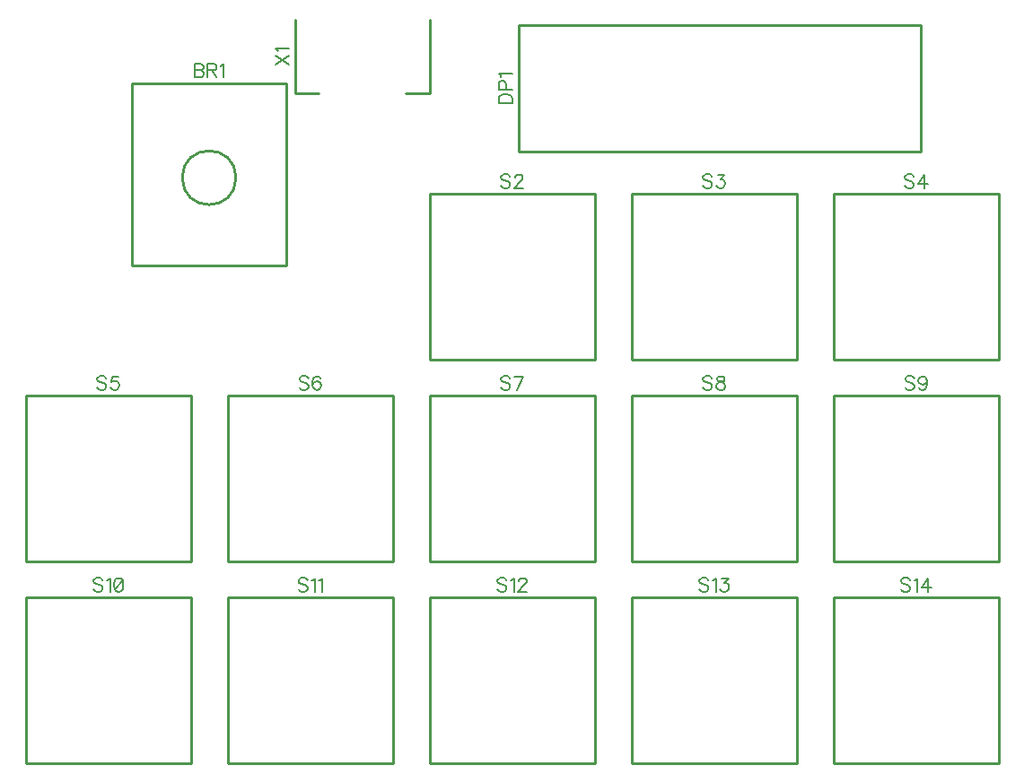
<source format=gbr>
G04 DipTrace 3.1.0.1*
G04 TopSilk.gbr*
%MOIN*%
G04 #@! TF.FileFunction,Legend,Top*
G04 #@! TF.Part,Single*
%ADD10C,0.009843*%
%ADD88C,0.00772*%
%FSLAX26Y26*%
G04*
G70*
G90*
G75*
G01*
G04 TopSilk*
%LPD*%
X836516Y2968112D2*
D10*
X1411516D1*
Y2293112D1*
X836516D1*
Y2968112D1*
X1024023Y2618090D2*
G02X1024023Y2618090I99992J0D01*
G01*
X2272638Y2714370D2*
X3768701D1*
Y3186811D1*
X2272638D1*
Y2714370D1*
X1942913Y2557087D2*
X2557087D1*
Y1942913D1*
X1942913D1*
Y2557087D1*
X2692913D2*
X3307087D1*
Y1942913D1*
X2692913D1*
Y2557087D1*
X3442913D2*
X4057087D1*
Y1942913D1*
X3442913D1*
Y2557087D1*
X442913Y1807087D2*
X1057087D1*
Y1192913D1*
X442913D1*
Y1807087D1*
X1192913D2*
X1807087D1*
Y1192913D1*
X1192913D1*
Y1807087D1*
X1942913D2*
X2557087D1*
Y1192913D1*
X1942913D1*
Y1807087D1*
X2692913D2*
X3307087D1*
Y1192913D1*
X2692913D1*
Y1807087D1*
X3442913D2*
X4057087D1*
Y1192913D1*
X3442913D1*
Y1807087D1*
X442913Y1057087D2*
X1057087D1*
Y442913D1*
X442913D1*
Y1057087D1*
X1192913D2*
X1807087D1*
Y442913D1*
X1192913D1*
Y1057087D1*
X1942913D2*
X2557087D1*
Y442913D1*
X1942913D1*
Y1057087D1*
X2692913D2*
X3307087D1*
Y442913D1*
X2692913D1*
Y1057087D1*
X3442913D2*
X4057087D1*
Y442913D1*
X3442913D1*
Y1057087D1*
X1942913Y3206216D2*
Y2931201D1*
X1855413D1*
X1530413D2*
X1442913D1*
Y3206216D1*
X1069086Y3041335D2*
D88*
Y2991095D1*
X1090642D1*
X1097827Y2993526D1*
X1100203Y2995903D1*
X1102580Y3000656D1*
Y3007841D1*
X1100203Y3012650D1*
X1097827Y3015026D1*
X1090642Y3017403D1*
X1097827Y3019835D1*
X1100203Y3022211D1*
X1102580Y3026965D1*
Y3031773D1*
X1100203Y3036526D1*
X1097827Y3038958D1*
X1090642Y3041335D1*
X1069086D1*
Y3017403D2*
X1090642D1*
X1118019D2*
X1139519D1*
X1146704Y3019835D1*
X1149136Y3022211D1*
X1151512Y3026965D1*
Y3031773D1*
X1149136Y3036526D1*
X1146704Y3038958D1*
X1139519Y3041335D1*
X1118019D1*
Y2991095D1*
X1134766Y3017403D2*
X1151512Y2991095D1*
X1166952Y3031718D2*
X1171760Y3034150D1*
X1178945Y3041279D1*
Y2991095D1*
X2199415Y2895661D2*
X2249655D1*
Y2912408D1*
X2247223Y2919593D1*
X2242470Y2924401D1*
X2237661Y2926778D1*
X2230532Y2929155D1*
X2218538D1*
X2211353Y2926778D1*
X2206600Y2924401D1*
X2201791Y2919593D1*
X2199415Y2912408D1*
Y2895661D1*
X2225723Y2944594D2*
Y2966149D1*
X2223346Y2973279D1*
X2220915Y2975711D1*
X2216161Y2978087D1*
X2208976D1*
X2204223Y2975711D1*
X2201791Y2973279D1*
X2199415Y2966149D1*
Y2944594D1*
X2249655D1*
X2209032Y2993526D2*
X2206600Y2998335D1*
X2199470Y3005520D1*
X2249655D1*
X2242280Y2623125D2*
X2237527Y2627933D1*
X2230342Y2630310D1*
X2220781D1*
X2213595Y2627933D1*
X2208787Y2623125D1*
Y2618371D1*
X2211219Y2613563D1*
X2213595Y2611186D1*
X2218349Y2608810D1*
X2232719Y2604001D1*
X2237527Y2601625D1*
X2239904Y2599193D1*
X2242280Y2594440D1*
Y2587255D1*
X2237527Y2582502D1*
X2230342Y2580070D1*
X2220781D1*
X2213595Y2582502D1*
X2208787Y2587255D1*
X2260151Y2618316D2*
Y2620693D1*
X2262528Y2625501D1*
X2264905Y2627878D1*
X2269713Y2630254D1*
X2279275D1*
X2284028Y2627878D1*
X2286405Y2625501D1*
X2288836Y2620693D1*
Y2615940D1*
X2286405Y2611131D1*
X2281651Y2604001D1*
X2257720Y2580070D1*
X2291213D1*
X2992280Y2623125D2*
X2987527Y2627933D1*
X2980342Y2630310D1*
X2970781D1*
X2963595Y2627933D1*
X2958787Y2623125D1*
Y2618371D1*
X2961219Y2613563D1*
X2963595Y2611186D1*
X2968349Y2608810D1*
X2982719Y2604001D1*
X2987527Y2601625D1*
X2989904Y2599193D1*
X2992280Y2594440D1*
Y2587255D1*
X2987527Y2582502D1*
X2980342Y2580070D1*
X2970781D1*
X2963595Y2582502D1*
X2958787Y2587255D1*
X3012528Y2630254D2*
X3038781D1*
X3024466Y2611131D1*
X3031651D1*
X3036405Y2608755D1*
X3038781Y2606378D1*
X3041213Y2599193D1*
Y2594440D1*
X3038781Y2587255D1*
X3034028Y2582446D1*
X3026843Y2580070D1*
X3019658D1*
X3012528Y2582446D1*
X3010151Y2584878D1*
X3007720Y2589631D1*
X3741092Y2623125D2*
X3736339Y2627933D1*
X3729154Y2630310D1*
X3719592D1*
X3712407Y2627933D1*
X3707599Y2623125D1*
Y2618371D1*
X3710031Y2613563D1*
X3712407Y2611186D1*
X3717160Y2608810D1*
X3731530Y2604001D1*
X3736339Y2601625D1*
X3738715Y2599193D1*
X3741092Y2594440D1*
Y2587255D1*
X3736339Y2582502D1*
X3729154Y2580070D1*
X3719592D1*
X3712407Y2582502D1*
X3707599Y2587255D1*
X3780463Y2580070D2*
Y2630254D1*
X3756531Y2596816D1*
X3792401D1*
X742280Y1873125D2*
X737527Y1877933D1*
X730342Y1880310D1*
X720781D1*
X713595Y1877933D1*
X708787Y1873125D1*
Y1868371D1*
X711219Y1863563D1*
X713595Y1861186D1*
X718349Y1858810D1*
X732719Y1854001D1*
X737527Y1851625D1*
X739904Y1849193D1*
X742280Y1844440D1*
Y1837255D1*
X737527Y1832502D1*
X730342Y1830070D1*
X720781D1*
X713595Y1832502D1*
X708787Y1837255D1*
X786405Y1880254D2*
X762528D1*
X760151Y1858755D1*
X762528Y1861131D1*
X769713Y1863563D1*
X776843D1*
X784028Y1861131D1*
X788836Y1856378D1*
X791213Y1849193D1*
Y1844440D1*
X788836Y1837255D1*
X784028Y1832446D1*
X776843Y1830070D1*
X769713D1*
X762528Y1832446D1*
X760151Y1834878D1*
X757720Y1839631D1*
X1493496Y1873125D2*
X1488743Y1877933D1*
X1481558Y1880310D1*
X1471996D1*
X1464811Y1877933D1*
X1460003Y1873125D1*
Y1868371D1*
X1462435Y1863563D1*
X1464811Y1861186D1*
X1469565Y1858810D1*
X1483935Y1854001D1*
X1488743Y1851625D1*
X1491120Y1849193D1*
X1493496Y1844440D1*
Y1837255D1*
X1488743Y1832502D1*
X1481558Y1830070D1*
X1471996D1*
X1464811Y1832502D1*
X1460003Y1837255D1*
X1537620Y1873125D2*
X1535244Y1877878D1*
X1528059Y1880254D1*
X1523306D1*
X1516121Y1877878D1*
X1511312Y1870693D1*
X1508936Y1858755D1*
Y1846816D1*
X1511312Y1837255D1*
X1516121Y1832446D1*
X1523306Y1830070D1*
X1525682D1*
X1532812Y1832446D1*
X1537620Y1837255D1*
X1539997Y1844440D1*
Y1846816D1*
X1537620Y1854001D1*
X1532812Y1858755D1*
X1525682Y1861131D1*
X1523306D1*
X1516121Y1858755D1*
X1511312Y1854001D1*
X1508936Y1846816D1*
X2242280Y1873125D2*
X2237527Y1877933D1*
X2230342Y1880310D1*
X2220781D1*
X2213595Y1877933D1*
X2208787Y1873125D1*
Y1868371D1*
X2211219Y1863563D1*
X2213595Y1861186D1*
X2218349Y1858810D1*
X2232719Y1854001D1*
X2237527Y1851625D1*
X2239904Y1849193D1*
X2242280Y1844440D1*
Y1837255D1*
X2237527Y1832502D1*
X2230342Y1830070D1*
X2220781D1*
X2213595Y1832502D1*
X2208787Y1837255D1*
X2267281Y1830070D2*
X2291213Y1880254D1*
X2257720D1*
X2992308Y1873125D2*
X2987555Y1877933D1*
X2980370Y1880310D1*
X2970808D1*
X2963623Y1877933D1*
X2958815Y1873125D1*
Y1868371D1*
X2961247Y1863563D1*
X2963623Y1861186D1*
X2968376Y1858810D1*
X2982746Y1854001D1*
X2987555Y1851625D1*
X2989931Y1849193D1*
X2992308Y1844440D1*
Y1837255D1*
X2987555Y1832502D1*
X2980370Y1830070D1*
X2970808D1*
X2963623Y1832502D1*
X2958815Y1837255D1*
X3019685Y1880254D2*
X3012556Y1877878D1*
X3010124Y1873125D1*
Y1868316D1*
X3012556Y1863563D1*
X3017309Y1861131D1*
X3026871Y1858755D1*
X3034056Y1856378D1*
X3038809Y1851570D1*
X3041185Y1846816D1*
Y1839631D1*
X3038809Y1834878D1*
X3036432Y1832446D1*
X3029247Y1830070D1*
X3019685D1*
X3012556Y1832446D1*
X3010124Y1834878D1*
X3007747Y1839631D1*
Y1846816D1*
X3010124Y1851570D1*
X3014932Y1856378D1*
X3022062Y1858755D1*
X3031624Y1861131D1*
X3036432Y1863563D1*
X3038809Y1868316D1*
Y1873125D1*
X3036432Y1877878D1*
X3029247Y1880254D1*
X3019685D1*
X3743469Y1873125D2*
X3738715Y1877933D1*
X3731530Y1880310D1*
X3721969D1*
X3714784Y1877933D1*
X3709975Y1873125D1*
Y1868371D1*
X3712407Y1863563D1*
X3714784Y1861186D1*
X3719537Y1858810D1*
X3733907Y1854001D1*
X3738715Y1851625D1*
X3741092Y1849193D1*
X3743469Y1844440D1*
Y1837255D1*
X3738715Y1832502D1*
X3731530Y1830070D1*
X3721969D1*
X3714784Y1832502D1*
X3709975Y1837255D1*
X3790025Y1863563D2*
X3787593Y1856378D1*
X3782840Y1851570D1*
X3775655Y1849193D1*
X3773278D1*
X3766093Y1851570D1*
X3761340Y1856378D1*
X3758908Y1863563D1*
Y1865940D1*
X3761340Y1873125D1*
X3766093Y1877878D1*
X3773278Y1880254D1*
X3775655D1*
X3782840Y1877878D1*
X3787593Y1873125D1*
X3790025Y1863563D1*
Y1851570D1*
X3787593Y1839631D1*
X3782840Y1832446D1*
X3775655Y1830070D1*
X3770901D1*
X3763716Y1832446D1*
X3761340Y1837255D1*
X728564Y1123125D2*
X723811Y1127933D1*
X716626Y1130310D1*
X707064D1*
X699879Y1127933D1*
X695071Y1123125D1*
Y1118371D1*
X697503Y1113563D1*
X699879Y1111186D1*
X704632Y1108810D1*
X719002Y1104001D1*
X723811Y1101625D1*
X726187Y1099193D1*
X728564Y1094440D1*
Y1087255D1*
X723811Y1082502D1*
X716626Y1080070D1*
X707064D1*
X699879Y1082502D1*
X695071Y1087255D1*
X744003Y1120693D2*
X748812Y1123125D1*
X755997Y1130254D1*
Y1080070D1*
X785806Y1130254D2*
X778621Y1127878D1*
X773813Y1120693D1*
X771436Y1108755D1*
Y1101570D1*
X773813Y1089631D1*
X778621Y1082446D1*
X785806Y1080070D1*
X790559D1*
X797744Y1082446D1*
X802497Y1089631D1*
X804929Y1101570D1*
Y1108755D1*
X802497Y1120693D1*
X797744Y1127878D1*
X790559Y1130254D1*
X785806D1*
X802497Y1120693D2*
X773813Y1089631D1*
X1489314Y1123125D2*
X1484561Y1127933D1*
X1477376Y1130310D1*
X1467814D1*
X1460629Y1127933D1*
X1455821Y1123125D1*
Y1118371D1*
X1458252Y1113563D1*
X1460629Y1111186D1*
X1465382Y1108810D1*
X1479752Y1104001D1*
X1484561Y1101625D1*
X1486937Y1099193D1*
X1489314Y1094440D1*
Y1087255D1*
X1484561Y1082502D1*
X1477376Y1080070D1*
X1467814D1*
X1460629Y1082502D1*
X1455821Y1087255D1*
X1504753Y1120693D2*
X1509562Y1123125D1*
X1516747Y1130254D1*
Y1080070D1*
X1532186Y1120693D2*
X1536994Y1123125D1*
X1544179Y1130254D1*
Y1080070D1*
X2228564Y1123125D2*
X2223811Y1127933D1*
X2216626Y1130310D1*
X2207064D1*
X2199879Y1127933D1*
X2195071Y1123125D1*
Y1118371D1*
X2197503Y1113563D1*
X2199879Y1111186D1*
X2204632Y1108810D1*
X2219002Y1104001D1*
X2223811Y1101625D1*
X2226187Y1099193D1*
X2228564Y1094440D1*
Y1087255D1*
X2223811Y1082502D1*
X2216626Y1080070D1*
X2207064D1*
X2199879Y1082502D1*
X2195071Y1087255D1*
X2244003Y1120693D2*
X2248812Y1123125D1*
X2255997Y1130254D1*
Y1080070D1*
X2273868Y1118316D2*
Y1120693D1*
X2276244Y1125501D1*
X2278621Y1127878D1*
X2283429Y1130254D1*
X2292991D1*
X2297744Y1127878D1*
X2300121Y1125501D1*
X2302553Y1120693D1*
Y1115940D1*
X2300121Y1111131D1*
X2295368Y1104001D1*
X2271436Y1080070D1*
X2304929D1*
X2978564Y1123125D2*
X2973811Y1127933D1*
X2966626Y1130310D1*
X2957064D1*
X2949879Y1127933D1*
X2945071Y1123125D1*
Y1118371D1*
X2947503Y1113563D1*
X2949879Y1111186D1*
X2954632Y1108810D1*
X2969002Y1104001D1*
X2973811Y1101625D1*
X2976187Y1099193D1*
X2978564Y1094440D1*
Y1087255D1*
X2973811Y1082502D1*
X2966626Y1080070D1*
X2957064D1*
X2949879Y1082502D1*
X2945071Y1087255D1*
X2994003Y1120693D2*
X2998812Y1123125D1*
X3005997Y1130254D1*
Y1080070D1*
X3026244Y1130254D2*
X3052497D1*
X3038183Y1111131D1*
X3045368D1*
X3050121Y1108755D1*
X3052497Y1106378D1*
X3054929Y1099193D1*
Y1094440D1*
X3052497Y1087255D1*
X3047744Y1082446D1*
X3040559Y1080070D1*
X3033374D1*
X3026244Y1082446D1*
X3023868Y1084878D1*
X3021436Y1089631D1*
X3727376Y1123125D2*
X3722623Y1127933D1*
X3715437Y1130310D1*
X3705876D1*
X3698691Y1127933D1*
X3693882Y1123125D1*
Y1118371D1*
X3696314Y1113563D1*
X3698691Y1111186D1*
X3703444Y1108810D1*
X3717814Y1104001D1*
X3722623Y1101625D1*
X3724999Y1099193D1*
X3727376Y1094440D1*
Y1087255D1*
X3722623Y1082502D1*
X3715437Y1080070D1*
X3705876D1*
X3698691Y1082502D1*
X3693882Y1087255D1*
X3742815Y1120693D2*
X3747623Y1123125D1*
X3754808Y1130254D1*
Y1080070D1*
X3794179D2*
Y1130254D1*
X3770248Y1096816D1*
X3806118D1*
X1369690Y3038246D2*
X1419930Y3071739D1*
X1369690D2*
X1419930Y3038246D1*
X1379307Y3087178D2*
X1376875Y3091987D1*
X1369746Y3099172D1*
X1419930D1*
M02*

</source>
